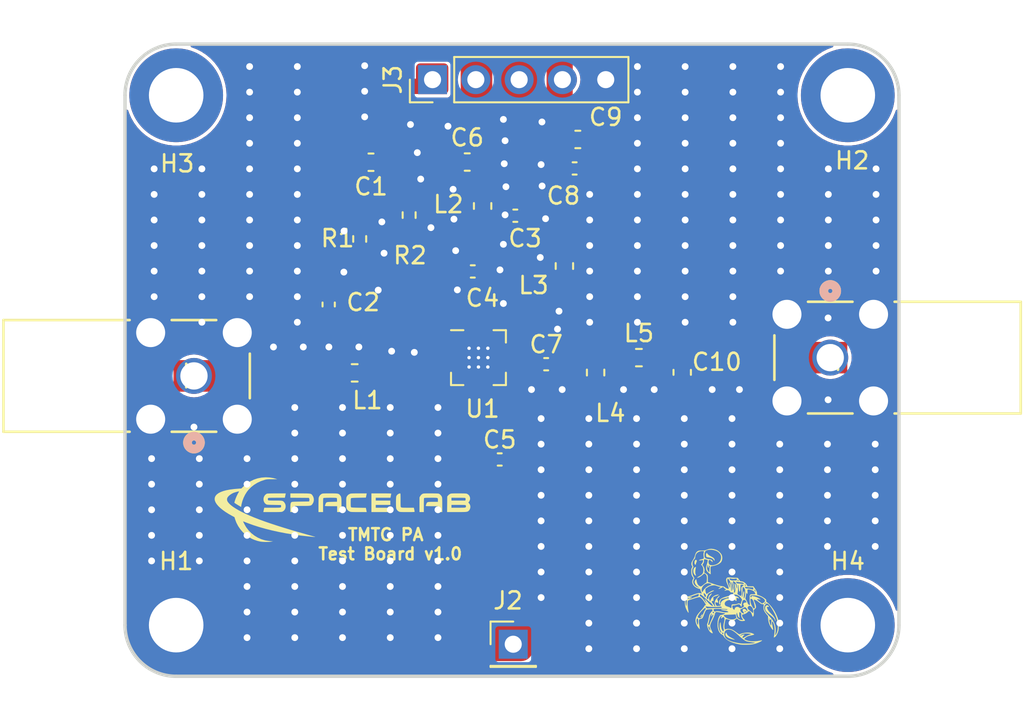
<source format=kicad_pcb>
(kicad_pcb (version 20240108) (generator "pcbnew") (generator_version "8.0")
  (layers (0 "F.Cu" signal) (31 "B.Cu" signal) (34 "B.Paste" user) (35 "F.Paste" user) (36 "B.SilkS" user "B.Silkscreen") (37 "F.SilkS" user "F.Silkscreen") (38 "B.Mask" user) (39 "F.Mask" user) (44 "Edge.Cuts" user))
  (net 0 "")
  (net 1 "Net-(C7-Pad2)")
  (net 2 "Net-(C7-Pad1)")
  (net 3 "/RF_OUT_PA")
  (net 4 "Net-(U1-VCC1)")
  (net 5 "/Vbias")
  (net 6 "/Vcc1")
  (net 7 "Net-(U1-RF_IN)")
  (net 8 "/Pdc")
  (net 9 "/Pdet")
  (net 10 "/Vcc2")
  (net 11 "/RF_IN_PA")
  (net 12 "Net-(U1-VBA1)")
  (net 13 "Net-(U1-VBA2)")
  (net 16 "GNDREF")
  (footprint "lib:spacelab-logo" (layer "F.Cu") (at 79.156078 67.315958)
    (property "Reference" "G***" (hide yes))
    (property "Value" "LOGO" (hide yes))
  )
  (footprint "Capacitor_SMD:C_0402_1005Metric_Pad0.74x0.62mm_HandSolder" (layer "F.Cu") (at 92.773078 47.292071)
    (property "Reference" "C8" (at -0.658227 1.603906 0) (layer "F.SilkS"))
    (property "Value" "1000 pF")
    (pad "1" smd roundrect (at -0.5675 0) (size 0.735 0.62) (layers "F.Cu" "F.Paste" "F.Mask") (net 10 "/Vcc2"))
    (pad "2" smd roundrect (at 0.5675 0) (size 0.735 0.62) (layers "F.Cu" "F.Paste" "F.Mask") (net 16 "GNDREF"))
  )
  (footprint "Capacitor_SMD:C_0402_1005Metric_Pad0.74x0.62mm_HandSolder" (layer "F.Cu") (at 91.103578 58.776958)
    (property "Reference" "C7" (at 0 -1.16 0) (layer "F.SilkS"))
    (property "Value" "220 pF")
    (pad "1" smd roundrect (at -0.5675 0) (size 0.735 0.62) (layers "F.Cu" "F.Paste" "F.Mask") (net 2 "Net-(C7-Pad1)"))
    (pad "2" smd roundrect (at 0.5675 0) (size 0.735 0.62) (layers "F.Cu" "F.Paste" "F.Mask") (net 1 "Net-(C7-Pad2)"))
  )
  (footprint "Inductor_SMD:L_0603_1608Metric_Pad1.05x0.95mm_HandSolder" (layer "F.Cu") (at 87.375236 49.494901 -90)
    (property "Reference" "L2" (at -0.098924 2.010385 180) (layer "F.SilkS"))
    (property "Value" "5.6 nH")
    (pad "1" smd roundrect (at -0.875 0 270) (size 1.05 0.95) (layers "F.Cu" "F.Paste" "F.Mask") (net 6 "/Vcc1"))
    (pad "2" smd roundrect (at 0.875 0 270) (size 1.05 0.95) (layers "F.Cu" "F.Paste" "F.Mask") (net 4 "Net-(U1-VCC1)"))
  )
  (footprint "Inductor_SMD:L_0603_1608Metric_Pad1.05x0.95mm_HandSolder" (layer "F.Cu") (at 94.003578 59.265958 -90)
    (property "Reference" "L4" (at 2.380019 -0.861273 180) (layer "F.SilkS"))
    (property "Value" "22 nH")
    (pad "1" smd roundrect (at -0.875 0 270) (size 1.05 0.95) (layers "F.Cu" "F.Paste" "F.Mask") (net 1 "Net-(C7-Pad2)"))
    (pad "2" smd roundrect (at 0.875 0 270) (size 1.05 0.95) (layers "F.Cu" "F.Paste" "F.Mask") (net 16 "GNDREF"))
  )
  (footprint "MountingHole:MountingHole_3.2mm_M3_ISO14580_Pad" (layer "F.Cu") (at 108.798 43)
    (property "Reference" "H2" (at 0.253994 3.830537 0) (layer "F.SilkS"))
    (property "Value" "MountingHole")
    (pad "1" thru_hole circle (at 0 0) (size 5.5 5.5) (drill 3.2) (layers "*.Cu" "*.Mask" "In1.Cu" "In2.Cu" "In3.Cu" "In4.Cu" "In5.Cu" "In6.Cu" "In7.Cu" "In8.Cu" "In9.Cu" "In10.Cu" "In11.Cu" "In12.Cu" "In13.Cu" "In14.Cu" "In15.Cu" "In16.Cu" "In17.Cu" "In18.Cu" "In19.Cu" "In20.Cu" "In21.Cu" "In22.Cu" "In23.Cu" "In24.Cu" "In25.Cu" "In26.Cu" "In27.Cu" "In28.Cu" "In29.Cu" "In30.Cu"))
  )
  (footprint "Capacitor_SMD:C_0402_1005Metric_Pad0.74x0.62mm_HandSolder" (layer "F.Cu") (at 78.344578 55.2735 -90)
    (property "Reference" "C2" (at -0.127523 -2.020273 180) (layer "F.SilkS"))
    (property "Value" "100 pF")
    (pad "1" smd roundrect (at -0.5675 0 270) (size 0.735 0.62) (layers "F.Cu" "F.Paste" "F.Mask") (net 5 "/Vbias"))
    (pad "2" smd roundrect (at 0.5675 0 270) (size 0.735 0.62) (layers "F.Cu" "F.Paste" "F.Mask") (net 16 "GNDREF"))
  )
  (footprint "MountingHole:MountingHole_3.2mm_M3_ISO14580_Pad" (layer "F.Cu") (at 69.398 74.084)
    (property "Reference" "H1" (at 0 -3.75 0) (layer "F.SilkS"))
    (property "Value" "MountingHole_Pad")
    (pad "1" thru_hole circle (at 0 0) (size 5.5 5.5) (drill 3.2) (layers "*.Cu" "*.Mask" "In1.Cu" "In2.Cu" "In3.Cu" "In4.Cu" "In5.Cu" "In6.Cu" "In7.Cu" "In8.Cu" "In9.Cu" "In10.Cu" "In11.Cu" "In12.Cu" "In13.Cu" "In14.Cu" "In15.Cu" "In16.Cu" "In17.Cu" "In18.Cu" "In19.Cu" "In20.Cu" "In21.Cu" "In22.Cu" "In23.Cu" "In24.Cu" "In25.Cu" "In26.Cu" "In27.Cu" "In28.Cu" "In29.Cu" "In30.Cu") (net 16 "GNDREF"))
  )
  (footprint "Connector_PinHeader_2.54mm:PinHeader_1x05_P2.54mm_Vertical" (layer "F.Cu") (at 84.438 42.084 90)
    (property "Reference" "J3" (at 0 -2.33 90) (layer "F.SilkS"))
    (property "Value" "Conn_01x05")
    (pad "1" thru_hole rect (at 0 0 90) (size 1.7 1.7) (drill 1) (layers "*.Cu" "*.Mask" "In1.Cu" "In2.Cu" "In3.Cu" "In4.Cu" "In5.Cu" "In6.Cu" "In7.Cu" "In8.Cu" "In9.Cu" "In10.Cu" "In11.Cu" "In12.Cu" "In13.Cu" "In14.Cu" "In15.Cu" "In16.Cu" "In17.Cu" "In18.Cu" "In19.Cu" "In20.Cu" "In21.Cu" "In22.Cu" "In23.Cu" "In24.Cu" "In25.Cu" "In26.Cu" "In27.Cu" "In28.Cu" "In29.Cu" "In30.Cu") (net 5 "/Vbias"))
    (pad "2" thru_hole oval (at 0 2.54 90) (size 1.7 1.7) (drill 1) (layers "*.Cu" "*.Mask" "In1.Cu" "In2.Cu" "In3.Cu" "In4.Cu" "In5.Cu" "In6.Cu" "In7.Cu" "In8.Cu" "In9.Cu" "In10.Cu" "In11.Cu" "In12.Cu" "In13.Cu" "In14.Cu" "In15.Cu" "In16.Cu" "In17.Cu" "In18.Cu" "In19.Cu" "In20.Cu" "In21.Cu" "In22.Cu" "In23.Cu" "In24.Cu" "In25.Cu" "In26.Cu" "In27.Cu" "In28.Cu" "In29.Cu" "In30.Cu") (net 6 "/Vcc1"))
    (pad "3" thru_hole oval (at 0 5.08 90) (size 1.7 1.7) (drill 1) (layers "*.Cu" "*.Mask" "In1.Cu" "In2.Cu" "In3.Cu" "In4.Cu" "In5.Cu" "In6.Cu" "In7.Cu" "In8.Cu" "In9.Cu" "In10.Cu" "In11.Cu" "In12.Cu" "In13.Cu" "In14.Cu" "In15.Cu" "In16.Cu" "In17.Cu" "In18.Cu" "In19.Cu" "In20.Cu" "In21.Cu" "In22.Cu" "In23.Cu" "In24.Cu" "In25.Cu" "In26.Cu" "In27.Cu" "In28.Cu" "In29.Cu" "In30.Cu") (net 8 "/Pdc"))
    (pad "4" thru_hole oval (at 0 7.62 90) (size 1.7 1.7) (drill 1) (layers "*.Cu" "*.Mask" "In1.Cu" "In2.Cu" "In3.Cu" "In4.Cu" "In5.Cu" "In6.Cu" "In7.Cu" "In8.Cu" "In9.Cu" "In10.Cu" "In11.Cu" "In12.Cu" "In13.Cu" "In14.Cu" "In15.Cu" "In16.Cu" "In17.Cu" "In18.Cu" "In19.Cu" "In20.Cu" "In21.Cu" "In22.Cu" "In23.Cu" "In24.Cu" "In25.Cu" "In26.Cu" "In27.Cu" "In28.Cu" "In29.Cu" "In30.Cu") (net 10 "/Vcc2"))
    (pad "5" thru_hole oval (at 0 10.16 90) (size 1.7 1.7) (drill 1) (layers "*.Cu" "*.Mask" "In1.Cu" "In2.Cu" "In3.Cu" "In4.Cu" "In5.Cu" "In6.Cu" "In7.Cu" "In8.Cu" "In9.Cu" "In10.Cu" "In11.Cu" "In12.Cu" "In13.Cu" "In14.Cu" "In15.Cu" "In16.Cu" "In17.Cu" "In18.Cu" "In19.Cu" "In20.Cu" "In21.Cu" "In22.Cu" "In23.Cu" "In24.Cu" "In25.Cu" "In26.Cu" "In27.Cu" "In28.Cu" "In29.Cu" "In30.Cu") (net 16 "GNDREF"))
  )
  (footprint "Capacitor_SMD:C_0402_1005Metric_Pad0.74x0.62mm_HandSolder" (layer "F.Cu") (at 88.378578 64.364958)
    (property "Reference" "C5" (at 0 -1.16 0) (layer "F.SilkS"))
    (property "Value" "100 pF")
    (pad "1" smd roundrect (at -0.5675 0) (size 0.735 0.62) (layers "F.Cu" "F.Paste" "F.Mask") (net 9 "/Pdet"))
    (pad "2" smd roundrect (at 0.5675 0) (size 0.735 0.62) (layers "F.Cu" "F.Paste" "F.Mask") (net 16 "GNDREF"))
  )
  (footprint "Capacitor_SMD:C_0603_1608Metric_Pad1.08x0.95mm_HandSolder" (layer "F.Cu") (at 99.083578 59.253458 -90)
    (property "Reference" "C10" (at -0.607481 -2.031273 180) (layer "F.SilkS"))
    (property "Value" "18 pF")
    (pad "1" smd roundrect (at -0.8625 0 270) (size 1.075 0.95) (layers "F.Cu" "F.Paste" "F.Mask") (net 3 "/RF_OUT_PA"))
    (pad "2" smd roundrect (at 0.8625 0 270) (size 1.075 0.95) (layers "F.Cu" "F.Paste" "F.Mask") (net 16 "GNDREF"))
  )
  (footprint "Capacitor_SMD:C_0603_1608Metric_Pad1.08x0.95mm_HandSolder" (layer "F.Cu") (at 92.960578 45.592071)
    (property "Reference" "C9" (at 1.637422 -1.308071 0) (layer "F.SilkS"))
    (property "Value" "4.7 uF")
    (pad "1" smd roundrect (at -0.8625 0) (size 1.075 0.95) (layers "F.Cu" "F.Paste" "F.Mask") (net 10 "/Vcc2"))
    (pad "2" smd roundrect (at 0.8625 0) (size 1.075 0.95) (layers "F.Cu" "F.Paste" "F.Mask") (net 16 "GNDREF"))
  )
  (footprint "Capacitor_SMD:C_0402_1005Metric_Pad0.74x0.62mm_HandSolder" (layer "F.Cu") (at 89.293578 50.065958 180)
    (property "Reference" "C3" (at -0.571273 -1.330019 0) (layer "F.SilkS"))
    (property "Value" "100 pF")
    (pad "1" smd roundrect (at -0.5675 0 180) (size 0.735 0.62) (layers "F.Cu" "F.Paste" "F.Mask") (net 8 "/Pdc"))
    (pad "2" smd roundrect (at 0.5675 0 180) (size 0.735 0.62) (layers "F.Cu" "F.Paste" "F.Mask") (net 16 "GNDREF"))
  )
  (footprint "Capacitor_SMD:C_0402_1005Metric_Pad0.74x0.62mm_HandSolder" (layer "F.Cu") (at 86.797879 53.334668)
    (property "Reference" "C4" (at 0.566972 1.561309 0) (layer "F.SilkS"))
    (property "Value" "2.4 pF")
    (pad "1" smd roundrect (at -0.5675 0) (size 0.735 0.62) (layers "F.Cu" "F.Paste" "F.Mask") (net 16 "GNDREF"))
    (pad "2" smd roundrect (at 0.5675 0) (size 0.735 0.62) (layers "F.Cu" "F.Paste" "F.Mask") (net 4 "Net-(U1-VCC1)"))
  )
  (footprint "MountingHole:MountingHole_3.2mm_M3_ISO14580_Pad" (layer "F.Cu") (at 108.798 74.084)
    (property "Reference" "H4" (at 0 -3.75 0) (layer "F.SilkS"))
    (property "Value" "MountingHole")
    (pad "1" thru_hole circle (at 0 0) (size 5.5 5.5) (drill 3.2) (layers "*.Cu" "*.Mask" "In1.Cu" "In2.Cu" "In3.Cu" "In4.Cu" "In5.Cu" "In6.Cu" "In7.Cu" "In8.Cu" "In9.Cu" "In10.Cu" "In11.Cu" "In12.Cu" "In13.Cu" "In14.Cu" "In15.Cu" "In16.Cu" "In17.Cu" "In18.Cu" "In19.Cu" "In20.Cu" "In21.Cu" "In22.Cu" "In23.Cu" "In24.Cu" "In25.Cu" "In26.Cu" "In27.Cu" "In28.Cu" "In29.Cu" "In30.Cu"))
  )
  (footprint "Inductor_SMD:L_0603_1608Metric_Pad1.05x0.95mm_HandSolder" (layer "F.Cu") (at 79.869078 59.284958)
    (property "Reference" "L1" (at 0.745773 1.611019 0) (layer "F.SilkS"))
    (property "Value" "3.9 nH")
    (pad "1" smd roundrect (at -0.875 0) (size 1.05 0.95) (layers "F.Cu" "F.Paste" "F.Mask") (net 11 "/RF_IN_PA"))
    (pad "2" smd roundrect (at 0.875 0) (size 1.05 0.95) (layers "F.Cu" "F.Paste" "F.Mask") (net 7 "Net-(U1-RF_IN)"))
  )
  (footprint "Capacitor_SMD:C_0603_1608Metric_Pad1.08x0.95mm_HandSolder" (layer "F.Cu") (at 80.827078 46.9285 180)
    (property "Reference" "C1" (at 0 -1.43 0) (layer "F.SilkS"))
    (property "Value" "1 uF")
    (pad "1" smd roundrect (at -0.8625 0 180) (size 1.075 0.95) (layers "F.Cu" "F.Paste" "F.Mask") (net 5 "/Vbias"))
    (pad "2" smd roundrect (at 0.8625 0 180) (size 1.075 0.95) (layers "F.Cu" "F.Paste" "F.Mask") (net 16 "GNDREF"))
  )
  (footprint "Resistor_SMD:R_0402_1005Metric_Pad0.72x0.64mm_HandSolder" (layer "F.Cu") (at 83.064578 50.0285 -90)
    (property "Reference" "R2" (at 2.367477 -0.050273 180) (layer "F.SilkS"))
    (property "Value" "2K 1/16 W")
    (pad "1" smd roundrect (at -0.5975 0 270) (size 0.715 0.64) (layers "F.Cu" "F.Paste" "F.Mask") (net 5 "/Vbias"))
    (pad "2" smd roundrect (at 0.5975 0 270) (size 0.715 0.64) (layers "F.Cu" "F.Paste" "F.Mask") (net 13 "Net-(U1-VBA2)"))
  )
  (footprint "Inductor_SMD:L_0603_1608Metric_Pad1.05x0.95mm_HandSolder" (layer "F.Cu") (at 92.173078 53.017071 90)
    (property "Reference" "L3" (at -1.128906 -1.808227 180) (layer "F.SilkS"))
    (property "Value" "12 nH")
    (pad "1" smd roundrect (at -0.875 0 90) (size 1.05 0.95) (layers "F.Cu" "F.Paste" "F.Mask") (net 2 "Net-(C7-Pad1)"))
    (pad "2" smd roundrect (at 0.875 0 90) (size 1.05 0.95) (layers "F.Cu" "F.Paste" "F.Mask") (net 10 "/Vcc2"))
  )
  (footprint "2016504-1:2016504-1" (layer "F.Cu") (at 107.768578 58.390958 90)
    (property "Reference" "J4" (at 0 0 90) (layer "F.SilkS"))
    (property "Value" "2484782-1 ")
    (pad "1" thru_hole circle (at 0 0 90) (size 2.1082 2.1082) (drill 1.6002) (layers "*.Cu" "*.Mask" "In1.Cu" "In2.Cu" "In3.Cu" "In4.Cu" "In5.Cu" "In6.Cu" "In7.Cu" "In8.Cu" "In9.Cu" "In10.Cu" "In11.Cu" "In12.Cu" "In13.Cu" "In14.Cu" "In15.Cu" "In16.Cu" "In17.Cu" "In18.Cu" "In19.Cu" "In20.Cu" "In21.Cu" "In22.Cu" "In23.Cu" "In24.Cu" "In25.Cu" "In26.Cu" "In27.Cu" "In28.Cu" "In29.Cu" "In30.Cu") (net 3 "/RF_OUT_PA"))
    (pad "2" thru_hole circle (at -2.54 -2.54 90) (size 2.2098 2.2098) (drill 1.7018) (layers "*.Cu" "*.Mask" "In1.Cu" "In2.Cu" "In3.Cu" "In4.Cu" "In5.Cu" "In6.Cu" "In7.Cu" "In8.Cu" "In9.Cu" "In10.Cu" "In11.Cu" "In12.Cu" "In13.Cu" "In14.Cu" "In15.Cu" "In16.Cu" "In17.Cu" "In18.Cu" "In19.Cu" "In20.Cu" "In21.Cu" "In22.Cu" "In23.Cu" "In24.Cu" "In25.Cu" "In26.Cu" "In27.Cu" "In28.Cu" "In29.Cu" "In30.Cu") (net 16 "GNDREF"))
    (pad "3" thru_hole circle (at 2.54 -2.54 90) (size 2.2098 2.2098) (drill 1.7018) (layers "*.Cu" "*.Mask" "In1.Cu" "In2.Cu" "In3.Cu" "In4.Cu" "In5.Cu" "In6.Cu" "In7.Cu" "In8.Cu" "In9.Cu" "In10.Cu" "In11.Cu" "In12.Cu" "In13.Cu" "In14.Cu" "In15.Cu" "In16.Cu" "In17.Cu" "In18.Cu" "In19.Cu" "In20.Cu" "In21.Cu" "In22.Cu" "In23.Cu" "In24.Cu" "In25.Cu" "In26.Cu" "In27.Cu" "In28.Cu" "In29.Cu" "In30.Cu") (net 16 "GNDREF"))
    (pad "4" thru_hole circle (at -2.54 2.54 90) (size 2.2098 2.2098) (drill 1.7018) (layers "*.Cu" "*.Mask" "In1.Cu" "In2.Cu" "In3.Cu" "In4.Cu" "In5.Cu" "In6.Cu" "In7.Cu" "In8.Cu" "In9.Cu" "In10.Cu" "In11.Cu" "In12.Cu" "In13.Cu" "In14.Cu" "In15.Cu" "In16.Cu" "In17.Cu" "In18.Cu" "In19.Cu" "In20.Cu" "In21.Cu" "In22.Cu" "In23.Cu" "In24.Cu" "In25.Cu" "In26.Cu" "In27.Cu" "In28.Cu" "In29.Cu" "In30.Cu") (net 16 "GNDREF"))
    (pad "5" thru_hole circle (at 2.54 2.54 90) (size 2.2098 2.2098) (drill 1.7018) (layers "*.Cu" "*.Mask" "In1.Cu" "In2.Cu" "In3.Cu" "In4.Cu" "In5.Cu" "In6.Cu" "In7.Cu" "In8.Cu" "In9.Cu" "In10.Cu" "In11.Cu" "In12.Cu" "In13.Cu" "In14.Cu" "In15.Cu" "In16.Cu" "In17.Cu" "In18.Cu" "In19.Cu" "In20.Cu" "In21.Cu" "In22.Cu" "In23.Cu" "In24.Cu" "In25.Cu" "In26.Cu" "In27.Cu" "In28.Cu" "In29.Cu" "In30.Cu") (net 16 "GNDREF"))
  )
  (footprint "MountingHole:MountingHole_3.2mm_M3_ISO14580_Pad" (layer "F.Cu") (at 69.398 43)
    (property "Reference" "H3" (at 0.058154 4.008646 0) (layer "F.SilkS"))
    (property "Value" "MountingHole")
    (pad "1" thru_hole circle (at 0 0) (size 5.5 5.5) (drill 3.2) (layers "*.Cu" "*.Mask" "In1.Cu" "In2.Cu" "In3.Cu" "In4.Cu" "In5.Cu" "In6.Cu" "In7.Cu" "In8.Cu" "In9.Cu" "In10.Cu" "In11.Cu" "In12.Cu" "In13.Cu" "In14.Cu" "In15.Cu" "In16.Cu" "In17.Cu" "In18.Cu" "In19.Cu" "In20.Cu" "In21.Cu" "In22.Cu" "In23.Cu" "In24.Cu" "In25.Cu" "In26.Cu" "In27.Cu" "In28.Cu" "In29.Cu" "In30.Cu"))
  )
  (footprint "Connector_PinHeader_2.54mm:PinHeader_1x01_P2.54mm_Vertical" (layer "F.Cu") (at 89.171078 75.204225)
    (property "Reference" "J2" (at -0.306227 -2.558248 0) (layer "F.SilkS"))
    (property "Value" "Conn_01x01_Female")
    (pad "1" thru_hole rect (at 0 0) (size 1.7 1.7) (drill 1) (layers "*.Cu" "*.Mask" "In1.Cu" "In2.Cu" "In3.Cu" "In4.Cu" "In5.Cu" "In6.Cu" "In7.Cu" "In8.Cu" "In9.Cu" "In10.Cu" "In11.Cu" "In12.Cu" "In13.Cu" "In14.Cu" "In15.Cu" "In16.Cu" "In17.Cu" "In18.Cu" "In19.Cu" "In20.Cu" "In21.Cu" "In22.Cu" "In23.Cu" "In24.Cu" "In25.Cu" "In26.Cu" "In27.Cu" "In28.Cu" "In29.Cu" "In30.Cu") (net 9 "/Pdet"))
  )
  (footprint "Resistor_SMD:R_0402_1005Metric_Pad0.72x0.64mm_HandSolder" (layer "F.Cu") (at 80.164578 51.4285 -90)
    (property "Reference" "R1" (at -0.032523 1.299727 180) (layer "F.SilkS"))
    (property "Value" "1.8K 1/16 W")
    (pad "1" smd roundrect (at -0.5975 0 270) (size 0.715 0.64) (layers "F.Cu" "F.Paste" "F.Mask") (net 5 "/Vbias"))
    (pad "2" smd roundrect (at 0.5975 0 270) (size 0.715 0.64) (layers "F.Cu" "F.Paste" "F.Mask") (net 12 "Net-(U1-VBA1)"))
  )
  (footprint "Capacitor_SMD:C_0603_1608Metric_Pad1.08x0.95mm_HandSolder" (layer "F.Cu") (at 86.473078 46.917071)
    (property "Reference" "C6" (at 0 -1.43 0) (layer "F.SilkS"))
    (property "Value" "1 uF")
    (pad "1" smd roundrect (at -0.8625 0) (size 1.075 0.95) (layers "F.Cu" "F.Paste" "F.Mask") (net 16 "GNDREF"))
    (pad "2" smd roundrect (at 0.8625 0) (size 1.075 0.95) (layers "F.Cu" "F.Paste" "F.Mask") (net 6 "/Vcc1"))
  )
  (footprint "Inductor_SMD:L_0603_1608Metric_Pad1.05x0.95mm_HandSolder" (layer "F.Cu") (at 96.543578 58.390958)
    (property "Reference" "L5" (at 0 -1.43 0) (layer "F.SilkS"))
    (property "Value" "5.6 nH")
    (pad "1" smd roundrect (at -0.875 0) (size 1.05 0.95) (layers "F.Cu" "F.Paste" "F.Mask") (net 1 "Net-(C7-Pad2)"))
    (pad "2" smd roundrect (at 0.875 0) (size 1.05 0.95) (layers "F.Cu" "F.Paste" "F.Mask") (net 3 "/RF_OUT_PA"))
  )
  (footprint "2016504-1:2016504-1" (layer "F.Cu") (at 70.442066 59.463829 -90)
    (property "Reference" "J1" (at 0 0 -90) (layer "F.SilkS"))
    (property "Value" "2484782-1 ")
    (pad "1" thru_hole circle (at 0 0 270) (size 2.1082 2.1082) (drill 1.6002) (layers "*.Cu" "*.Mask" "In1.Cu" "In2.Cu" "In3.Cu" "In4.Cu" "In5.Cu" "In6.Cu" "In7.Cu" "In8.Cu" "In9.Cu" "In10.Cu" "In11.Cu" "In12.Cu" "In13.Cu" "In14.Cu" "In15.Cu" "In16.Cu" "In17.Cu" "In18.Cu" "In19.Cu" "In20.Cu" "In21.Cu" "In22.Cu" "In23.Cu" "In24.Cu" "In25.Cu" "In26.Cu" "In27.Cu" "In28.Cu" "In29.Cu" "In30.Cu") (net 11 "/RF_IN_PA"))
    (pad "2" thru_hole circle (at -2.54 -2.54 270) (size 2.2098 2.2098) (drill 1.7018) (layers "*.Cu" "*.Mask" "In1.Cu" "In2.Cu" "In3.Cu" "In4.Cu" "In5.Cu" "In6.Cu" "In7.Cu" "In8.Cu" "In9.Cu" "In10.Cu" "In11.Cu" "In12.Cu" "In13.Cu" "In14.Cu" "In15.Cu" "In16.Cu" "In17.Cu" "In18.Cu" "In19.Cu" "In20.Cu" "In21.Cu" "In22.Cu" "In23.Cu" "In24.Cu" "In25.Cu" "In26.Cu" "In27.Cu" "In28.Cu" "In29.Cu" "In30.Cu") (net 16 "GNDREF"))
    (pad "3" thru_hole circle (at 2.54 -2.54 270) (size 2.2098 2.2098) (drill 1.7018) (layers "*.Cu" "*.Mask" "In1.Cu" "In2.Cu" "In3.Cu" "In4.Cu" "In5.Cu" "In6.Cu" "In7.Cu" "In8.Cu" "In9.Cu" "In10.Cu" "In11.Cu" "In12.Cu" "In13.Cu" "In14.Cu" "In15.Cu" "In16.Cu" "In17.Cu" "In18.Cu" "In19.Cu" "In20.Cu" "In21.Cu" "In22.Cu" "In23.Cu" "In24.Cu" "In25.Cu" "In26.Cu" "In27.Cu" "In28.Cu" "In29.Cu" "In30.Cu") (net 16 "GNDREF"))
    (pad "4" thru_hole circle (at -2.54 2.54 270) (size 2.2098 2.2098) (drill 1.7018) (layers "*.Cu" "*.Mask" "In1.Cu" "In2.Cu" "In3.Cu" "In4.Cu" "In5.Cu" "In6.Cu" "In7.Cu" "In8.Cu" "In9.Cu" "In10.Cu" "In11.Cu" "In12.Cu" "In13.Cu" "In14.Cu" "In15.Cu" "In16.Cu" "In17.Cu" "In18.Cu" "In19.Cu" "In20.Cu" "In21.Cu" "In22.Cu" "In23.Cu" "In24.Cu" "In25.Cu" "In26.Cu" "In27.Cu" "In28.Cu" "In29.Cu" "In30.Cu") (net 16 "GNDREF"))
    (pad "5" thru_hole circle (at 2.54 2.54 270) (size 2.2098 2.2098) (drill 1.7018) (layers "*.Cu" "*.Mask" "In1.Cu" "In2.Cu" "In3.Cu" "In4.Cu" "In5.Cu" "In6.Cu" "In7.Cu" "In8.Cu" "In9.Cu" "In10.Cu" "In11.Cu" "In12.Cu" "In13.Cu" "In14.Cu" "In15.Cu" "In16.Cu" "In17.Cu" "In18.Cu" "In19.Cu" "In20.Cu" "In21.Cu" "In22.Cu" "In23.Cu" "In24.Cu" "In25.Cu" "In26.Cu" "In27.Cu" "In28.Cu" "In29.Cu" "In30.Cu") (net 16 "GNDREF"))
  )
  (footprint "lib:scorp" (layer "F.Cu") (at 102.006078 72.465958)
    (property "Reference" "G***" (hide yes))
    (property "Value" "LOGO" (hide yes))
  )
  (footprint "Package_DFN_QFN:QFN-12-1EP_3x3mm_P0.5mm_EP1.6x1.6mm_ThermalVias" (layer "F.Cu") (at 87.131078 58.390958)
    (property "Reference" "U1" (at 0.233773 3.005019 0) (layer "F.SilkS"))
    (property "Value" "MMZ09332BT1")
    (pad "1" smd roundrect (at -1.4375 -0.5) (size 0.825 0.25) (layers "F.Cu" "F.Paste" "F.Mask") (net 12 "Net-(U1-VBA1)"))
    (pad "2" smd roundrect (at -1.4375 0) (size 0.825 0.25) (layers "F.Cu" "F.Paste" "F.Mask") (net 5 "/Vbias"))
    (pad "3" smd roundrect (at -1.4375 0.5) (size 0.825 0.25) (layers "F.Cu" "F.Paste" "F.Mask") (net 7 "Net-(U1-RF_IN)"))
    (pad "4" smd roundrect (at -0.5 1.4375) (size 0.25 0.825) (layers "F.Cu" "F.Paste" "F.Mask"))
    (pad "5" smd roundrect (at 0 1.4375) (size 0.25 0.825) (layers "F.Cu" "F.Paste" "F.Mask"))
    (pad "6" smd roundrect (at 0.5 1.4375) (size 0.25 0.825) (layers "F.Cu" "F.Paste" "F.Mask") (net 9 "/Pdet"))
    (pad "7" smd roundrect (at 1.4375 0.5) (size 0.825 0.25) (layers "F.Cu" "F.Paste" "F.Mask") (net 2 "Net-(C7-Pad1)"))
    (pad "8" smd roundrect (at 1.4375 0) (size 0.825 0.25) (layers "F.Cu" "F.Paste" "F.Mask") (net 2 "Net-(C7-Pad1)"))
    (pad "9" smd roundrect (at 1.4375 -0.5) (size 0.825 0.25) (layers "F.Cu" "F.Paste" "F.Mask") (net 2 "Net-(C7-Pad1)"))
    (pad "10" smd roundrect (at 0.5 -1.4375) (size 0.25 0.825) (layers "F.Cu" "F.Paste" "F.Mask") (net 8 "/Pdc"))
    (pad "11" smd roundrect (at 0 -1.4375) (size 0.25 0.825) (layers "F.Cu" "F.Paste" "F.Mask") (net 4 "Net-(U1-VCC1)"))
    (pad "12" smd roundrect (at -0.5 -1.4375) (size 0.25 0.825) (layers "F.Cu" "F.Paste" "F.Mask") (net 13 "Net-(U1-VBA2)"))
    (pad "13" thru_hole circle (at -0.55 -0.55) (size 0.5 0.5) (drill 0.2) (layers "*.Cu" "In1.Cu" "In2.Cu" "In3.Cu" "In4.Cu" "In5.Cu" "In6.Cu" "In7.Cu" "In8.Cu" "In9.Cu" "In10.Cu" "In11.Cu" "In12.Cu" "In13.Cu" "In14.Cu" "In15.Cu" "In16.Cu" "In17.Cu" "In18.Cu" "In19.Cu" "In20.Cu" "In21.Cu" "In22.Cu" "In23.Cu" "In24.Cu" "In25.Cu" "In26.Cu" "In27.Cu" "In28.Cu" "In29.Cu" "In30.Cu") (net 16 "GNDREF"))
    (pad "13" thru_hole circle (at -0.55 0) (size 0.5 0.5) (drill 0.2) (layers "*.Cu" "In1.Cu" "In2.Cu" "In3.Cu" "In4.Cu" "In5.Cu" "In6.Cu" "In7.Cu" "In8.Cu" "In9.Cu" "In10.Cu" "In11.Cu" "In12.Cu" "In13.Cu" "In14.Cu" "In15.Cu" "In16.Cu" "In17.Cu" "In18.Cu" "In19.Cu" "In20.Cu" "In21.Cu" "In22.Cu" "In23.Cu" "In24.Cu" "In25.Cu" "In26.Cu" "In27.Cu" "In28.Cu" "In29.Cu" "In30.Cu") (net 16 "GNDREF"))
    (pad "13" thru_hole circle (at -0.55 0.55) (size 0.5 0.5) (drill 0.2) (layers "*.Cu" "In1.Cu" "In2.Cu" "In3.Cu" "In4.Cu" "In5.Cu" "In6.Cu" "In7.Cu" "In8.Cu" "In9.Cu" "In10.Cu" "In11.Cu" "In12.Cu" "In13.Cu" "In14.Cu" "In15.Cu" "In16.Cu" "In17.Cu" "In18.Cu" "In19.Cu" "In20.Cu" "In21.Cu" "In22.Cu" "In23.Cu" "In24.Cu" "In25.Cu" "In26.Cu" "In27.Cu" "In28.Cu" "In29.Cu" "In30.Cu") (net 16 "GNDREF"))
    (pad "13" thru_hole circle (at 0 -0.55) (size 0.5 0.5) (drill 0.2) (layers "*.Cu" "In1.Cu" "In2.Cu" "In3.Cu" "In4.Cu" "In5.Cu" "In6.Cu" "In7.Cu" "In8.Cu" "In9.Cu" "In10.Cu" "In11.Cu" "In12.Cu" "In13.Cu" "In14.Cu" "In15.Cu" "In16.Cu" "In17.Cu" "In18.Cu" "In19.Cu" "In20.Cu" "In21.Cu" "In22.Cu" "In23.Cu" "In24.Cu" "In25.Cu" "In26.Cu" "In27.Cu" "In28.Cu" "In29.Cu" "In30.Cu") (net 16 "GNDREF"))
    (pad "13" thru_hole circle (at 0 0) (size 0.5 0.5) (drill 0.2) (layers "*.Cu" "In1.Cu" "In2.Cu" "In3.Cu" "In4.Cu" "In5.Cu" "In6.Cu" "In7.Cu" "In8.Cu" "In9.Cu" "In10.Cu" "In11.Cu" "In12.Cu" "In13.Cu" "In14.Cu" "In15.Cu" "In16.Cu" "In17.Cu" "In18.Cu" "In19.Cu" "In20.Cu" "In21.Cu" "In22.Cu" "In23.Cu" "In24.Cu" "In25.Cu" "In26.Cu" "In27.Cu" "In28.Cu" "In29.Cu" "In30.Cu") (net 16 "GNDREF"))
    (pad "13" smd rect (at 0 0) (size 1.6 1.6) (layers "F.Cu" "F.Mask") (net 16 "GNDREF"))
    (pad "13" smd rect (at 0 0) (size 1.6 1.6) (layers "B.Cu") (net 16 "GNDREF"))
    (pad "13" thru_hole circle (at 0 0.55) (size 0.5 0.5) (drill 0.2) (layers "*.Cu" "In1.Cu" "In2.Cu" "In3.Cu" "In4.Cu" "In5.Cu" "In6.Cu" "In7.Cu" "In8.Cu" "In9.Cu" "In10.Cu" "In11.Cu" "In12.Cu" "In13.Cu" "In14.Cu" "In15.Cu" "In16.Cu" "In17.Cu" "In18.Cu" "In19.Cu" "In20.Cu" "In21.Cu" "In22.Cu" "In23.Cu" "In24.Cu" "In25.Cu" "In26.Cu" "In27.Cu" "In28.Cu" "In29.Cu" "In30.Cu") (net 16 "GNDREF"))
    (pad "13" thru_hole circle (at 0.55 -0.55) (size 0.5 0.5) (drill 0.2) (layers "*.Cu" "In1.Cu" "In2.Cu" "In3.Cu" "In4.Cu" "In5.Cu" "In6.Cu" "In7.Cu" "In8.Cu" "In9.Cu" "In10.Cu" "In11.Cu" "In12.Cu" "In13.Cu" "In14.Cu" "In15.Cu" "In16.Cu" "In17.Cu" "In18.Cu" "In19.Cu" "In20.Cu" "In21.Cu" "In22.Cu" "In23.Cu" "In24.Cu" "In25.Cu" "In26.Cu" "In27.Cu" "In28.Cu" "In29.Cu" "In30.Cu") (net 16 "GNDREF"))
    (pad "13" thru_hole circle (at 0.55 0) (size 0.5 0.5) (drill 0.2) (layers "*.Cu" "In1.Cu" "In2.Cu" "In3.Cu" "In4.Cu" "In5.Cu" "In6.Cu" "In7.Cu" "In8.Cu" "In9.Cu" "In10.Cu" "In11.Cu" "In12.Cu" "In13.Cu" "In14.Cu" "In15.Cu" "In16.Cu" "In17.Cu" "In18.Cu" "In19.Cu" "In20.Cu" "In21.Cu" "In22.Cu" "In23.Cu" "In24.Cu" "In25.Cu" "In26.Cu" "In27.Cu" "In28.Cu" "In29.Cu" "In30.Cu") (net 16 "GNDREF"))
    (pad "13" thru_hole circle (at 0.55 0.55) (size 0.5 0.5) (drill 0.2) (layers "*.Cu" "In1.Cu" "In2.Cu" "In3.Cu" "In4.Cu" "In5.Cu" "In6.Cu" "In7.Cu" "In8.Cu" "In9.Cu" "In10.Cu" "In11.Cu" "In12.Cu" "In13.Cu" "In14.Cu" "In15.Cu" "In16.Cu" "In17.Cu" "In18.Cu" "In19.Cu" "In20.Cu" "In21.Cu" "In22.Cu" "In23.Cu" "In24.Cu" "In25.Cu" "In26.Cu" "In27.Cu" "In28.Cu" "In29.Cu" "In30.Cu") (net 16 "GNDREF"))
  )
  (gr_line (start 108.798 77.084) (end 69.398 77.084) (stroke (width 0.2)) (layer "Edge.Cuts"))
  (gr_arc (start 111.798 74.084) (mid 110.91932 76.20532) (end 108.798 77.084) (stroke (width 0.2)) (layer "Edge.Cuts"))
  (gr_arc (start 69.398 77.084) (mid 67.27668 76.20532) (end 66.398 74.084) (stroke (width 0.2)) (layer "Edge.Cuts"))
  (gr_line (start 66.398 74.084) (end 66.398 43) (stroke (width 0.2)) (layer "Edge.Cuts"))
  (gr_arc (start 108.798 40) (mid 110.91932 40.87868) (end 111.798 43) (stroke (width 0.2)) (layer "Edge.Cuts"))
  (gr_line (start 108.798 40) (end 69.398 40) (stroke (width 0.2)) (layer "Edge.Cuts"))
  (gr_line (start 111.798 74.084) (end 111.798 43) (stroke (width 0.2)) (layer "Edge.Cuts"))
  (gr_arc (start 66.398 43) (mid 67.27668 40.87868) (end 69.398 40) (stroke (width 0.2)) (layer "Edge.Cuts"))
  (gr_text "TMTC PA \nTest Board v1.0" (at 81.956078 70.315958 0) (layer "F.SilkS") (effects (font (size 0.7 0.7)) (justify bottom)))
  (via (at 99.256078 53.315958) (size 0.8) (drill 0.4) (layers "F.Cu" "B.Cu") (net 16))
  (via (at 90.806078 70.965958) (size 0.8) (drill 0.4) (layers "F.Cu" "B.Cu") (net 16))
  (via (at 88.693578 50.015958) (size 0.8) (drill 0.4) (layers "F.Cu" "B.Cu") (net 16))
  (via (at 93.656078 51.815958) (size 0.8) (drill 0.4) (layers "F.Cu" "B.Cu") (net 16))
  (via (at 90.806078 67.965958) (size 0.8) (drill 0.4) (layers "F.Cu" "B.Cu") (net 16))
  (via (at 79.156078 64.315958) (size 0.8) (drill 0.4) (layers "F.Cu" "B.Cu") (net 16))
  (via (at 102.006078 63.465958) (size 0.8) (drill 0.4) (layers "F.Cu" "B.Cu") (net 16))
  (via (at 90.756078 52.515958) (size 0.8) (drill 0.4) (layers "F.Cu" "B.Cu") (net 16))
  (via (at 70.756078 65.815958) (size 0.8) (drill 0.4) (layers "F.Cu" "B.Cu") (net 16))
  (via (at 97.442066 60.263829) (size 0.8) (drill 0.4) (layers "F.Cu" "B.Cu") (net 16))
  (via (at 99.256078 45.815958) (size 0.8) (drill 0.4) (layers "F.Cu" "B.Cu") (net 16))
  (via (at 79.156078 71.815958) (size 0.8) (drill 0.4) (layers "F.Cu" "B.Cu") (net 16))
  (via (at 96.456078 53.315958) (size 0.8) (drill 0.4) (layers "F.Cu" "B.Cu") (net 16))
  (via (at 88.593578 51.742958) (size 0.8) (drill 0.4) (layers "F.Cu" "B.Cu") (net 16))
  (via (at 96.456078 51.815958) (size 0.8) (drill 0.4) (layers "F.Cu" "B.Cu") (net 16))
  (via (at 110.456078 48.815958) (size 0.8) (drill 0.4) (layers "F.Cu" "B.Cu") (net 16))
  (via (at 96.456078 48.815958) (size 0.8) (drill 0.4) (layers "F.Cu" "B.Cu") (net 16))
  (via (at 82.038209 58.013401) (size 0.8) (drill 0.4) (layers "F.Cu" "B.Cu") (net 16))
  (via (at 83.143578 44.715958) (size 0.8) (drill 0.4) (layers "F.Cu" "B.Cu") (net 16))
  (via (at 96.456078 42.815958) (size 0.8) (drill 0.4) (layers "F.Cu" "B.Cu") (net 16))
  (via (at 93.656078 56.315958) (size 0.8) (drill 0.4) (layers "F.Cu" "B.Cu") (net 16))
  (via (at 93.606078 61.965958) (size 0.8) (drill 0.4) (layers "F.Cu" "B.Cu") (net 16))
  (via (at 73.706078 42.815958) (size 0.8) (drill 0.4) (layers "F.Cu" "B.Cu") (net 16))
  (via (at 88.393578 53.242958) (size 0.8) (drill 0.4) (layers "F.Cu" "B.Cu") (net 16))
  (via (at 107.656078 48.815958) (size 0.8) (drill 0.4) (layers "F.Cu" "B.Cu") (net 16))
  (via (at 99.256078 56.315958) (size 0.8) (drill 0.4) (layers "F.Cu" "B.Cu") (net 16))
  (via (at 70.906078 56.315958) (size 0.8) (drill 0.4) (layers "F.Cu" "B.Cu") (net 16))
  (via (at 68.106078 48.815958) (size 0.8) (drill 0.4) (layers "F.Cu" "B.Cu") (net 16))
  (via (at 102.006078 66.465958) (size 0.8) (drill 0.4) (layers "F.Cu" "B.Cu") (net 16))
  (via (at 102.006078 70.965958) (size 0.8) (drill 0.4) (layers "F.Cu" "B.Cu") (net 16))
  (via (at 104.806078 63.465958) (size 0.8) (drill 0.4) (layers "F.Cu" "B.Cu") (net 16))
  (via (at 67.956078 68.815958) (size 0.8) (drill 0.4) (layers "F.Cu" "B.Cu") (net 16))
  (via (at 93.606078 72.465958) (size 0.8) (drill 0.4) (layers "F.Cu" "B.Cu") (net 16))
  (via (at 84.756078 73.315958) (size 0.8) (drill 0.4) (layers "F.Cu" "B.Cu") (net 16))
  (via (at 107.606078 64.965958) (size 0.8) (drill 0.4) (layers "F.Cu" "B.Cu") (net 16))
  (via (at 107.606078 63.465958) (size 0.8) (drill 0.4) (layers "F.Cu" "B.Cu") (net 16))
  (via (at 107.606078 69.465958) (size 0.8) (drill 0.4) (layers "F.Cu" "B.Cu") (net 16))
  (via (at 85.643578 48.515958) (size 0.8) (drill 0.4) (layers "F.Cu" "B.Cu") (net 16))
  (via (at 83.543578 46.365958) (size 0.8) (drill 0.4) (layers "F.Cu" "B.Cu") (net 16))
  (via (at 99.206078 61.965958) (size 0.8) (drill 0.4) (layers "F.Cu" "B.Cu") (net 16))
  (via (at 93.606078 63.465958) (size 0.8) (drill 0.4) (layers "F.Cu" "B.Cu") (net 16))
  (via (at 90.806078 47.065958) (size 0.8) (drill 0.4) (layers "F.Cu" "B.Cu") (net 16))
  (via (at 73.556078 64.315958) (size 0.8) (drill 0.4) (layers "F.Cu" "B.Cu") (net 16))
  (via (at 99.256078 47.315958) (size 0.8) (drill 0.4) (layers "F.Cu" "B.Cu") (net 16))
  (via (at 73.556078 67.315958) (size 0.8) (drill 0.4) (layers "F.Cu" "B.Cu") (net 16))
  (via (at 79.156078 70.315958) (size 0.8) (drill 0.4) (layers "F.Cu" "B.Cu") (net 16))
  (via (at 73.706078 53.315958) (size 0.8) (drill 0.4) (layers "F.Cu" "B.Cu") (net 16))
  (via (at 107.606078 66.465958) (size 0.8) (drill 0.4) (layers "F.Cu" "B.Cu") (net 16))
  (via (at 84.756078 68.815958) (size 0.8) (drill 0.4) (layers "F.Cu" "B.Cu") (net 16))
  (via (at 100.842066 60.263829) (size 0.8) (drill 0.4) (layers "F.Cu" "B.Cu") (net 16))
  (via (at 99.256078 42.815958) (size 0.8) (drill 0.4) (layers "F.Cu" "B.Cu") (net 16))
  (via (at 96.456078 50.315958) (size 0.8) (drill 0.4) (layers "F.Cu" "B.Cu") (net 16))
  (via (at 81.956078 73.315958) (size 0.8) (drill 0.4) (layers "F.Cu" "B.Cu") (net 16))
  (via (at 93.656078 50.315958) (size 0.8) (drill 0.4) (layers "F.Cu" "B.Cu") (net 16))
  (via (at 104.856078 48.815958) (size 0.8) (drill 0.4) (layers "F.Cu" "B.Cu") (net 16))
  (via (at 81.956078 65.815958) (size 0.8) (drill 0.4) (layers "F.Cu" "B.Cu") (net 16))
  (via (at 104.856078 44.315958) (size 0.8) (drill 0.4) (layers "F.Cu" "B.Cu") (net 16))
  (via (at 93.606078 75.465958) (size 0.8) (drill 0.4) (layers "F.Cu" "B.Cu") (net 16))
  (via (at 96.406078 63.465958) (size 0.8) (drill 0.4) (layers "F.Cu" "B.Cu") (net 16))
  (via (at 81.464578 50.4285) (size 0.8) (drill 0.4) (layers "F.Cu" "B.Cu") (net 16))
  (via (at 102.056078 48.815958) (size 0.8) (drill 0.4) (layers "F.Cu" "B.Cu") (net 16))
  (via (at 102.056078 51.815958) (size 0.8) (drill 0.4) (layers "F.Cu" "B.Cu") (net 16))
  (via (at 73.706078 51.815958) (size 0.8) (drill 0.4) (layers "F.Cu" "B.Cu") (net 16))
  (via (at 85.343578 44.815958) (size 0.8) (drill 0.4) (layers "F.Cu" "B.Cu") (net 16))
  (via (at 81.956078 68.815958) (size 0.8) (drill 0.4) (layers "F.Cu" "B.Cu") (net 16))
  (via (at 73.556078 73.315958) (size 0.8) (drill 0.4) (layers "F.Cu" "B.Cu") (net 16))
  (via (at 70.756078 70.315958) (size 0.8) (drill 0.4) (layers "F.Cu" "B.Cu") (net 16))
  (via (at 99.206078 63.465958) (size 0.8) (drill 0.4) (layers "F.Cu" "B.Cu") (net 16))
  (via (at 76.356078 64.315958) (size 0.8) (drill 0.4) (layers "F.Cu" "B.Cu") (net 16))
  (via (at 76.506078 44.315958) (size 0.8) (drill 0.4) (layers "F.Cu" "B.Cu") (net 16))
  (via (at 102.006078 69.465958) (size 0.8) (drill 0.4) (layers "F.Cu" "B.Cu") (net 16))
  (via (at 102.006078 75.465958) (size 0.8) (drill 0.4) (layers "F.Cu" "B.Cu") (net 16))
  (via (at 78.356078 57.765958) (size 0.8) (drill 0.4) (layers "F.Cu" "B.Cu") (net 16))
  (via (at 99.256078 51.815958) (size 0.8) (drill 0.4) (layers "F.Cu" "B.Cu") (net 16))
  (via (at 90.806078 66.465958) (size 0.8) (drill 0.4) (layers "F.Cu" "B.Cu") (net 16))
  (via (at 104.856078 41.315958) (size 0.8) (drill 0.4) (layers "F.Cu" "B.Cu") (net 16))
  (via (at 88.593578 55.215958) (size 0.8) (drill 0.4) (layers "F.Cu" "B.Cu") (net 16))
  (via (at 93.606078 73.965958) (size 0.8) (drill 0.4) (layers "F.Cu" "B.Cu") (net 16))
  (via (at 96.406078 70.965958) (size 0.8) (drill 0.4) (layers "F.Cu" "B.Cu") (net 16))
  (via (at 79.156078 68.815958) (size 0.8) (drill 0.4) (layers "F.Cu" "B.Cu") (net 16))
  (via (at 76.506078 50.315958) (size 0.8) (drill 0.4) (layers "F.Cu" "B.Cu") (net 16))
  (via (at 96.456078 41.315958) (size 0.8) (drill 0.4) (layers "F.Cu" "B.Cu") (net 16))
  (via (at 102.056078 54.815958) (size 0.8) (drill 0.4) (layers "F.Cu" "B.Cu") (net 16))
  (via (at 84.756078 70.315958) (size 0.8) (drill 0.4) (layers "F.Cu" "B.Cu") (net 16))
  (via (at 104.806078 75.465958) (size 0.8) (drill 0.4) (layers "F.Cu" "B.Cu") (net 16))
  (via (at 107.656078 50.315958) (size 0.8) (drill 0.4) (layers "F.Cu" "B.Cu") (net 16))
  (via (at 76.356078 68.815958) (size 0.8) (drill 0.4) (layers "F.Cu" "B.Cu") (net 16))
  (via (at 104.806078 69.465958) (size 0.8) (drill 0.4) (layers "F.Cu" "B.Cu") (net 16))
  (via (at 96.456078 56.315958) (size 0.8) (drill 0.4) (layers "F.Cu" "B.Cu") (net 16))
  (via (at 76.506078 48.815958) (size 0.8) (drill 0.4) (layers "F.Cu" "B.Cu") (net 16))
  (via (at 70.906078 51.815958) (size 0.8) (drill 0.4) (layers "F.Cu" "B.Cu") (net 16))
  (via (at 99.206078 75.465958) (size 0.8) (drill 0.4) (layers "F.Cu" "B.Cu") (net 16))
  (via (at 75.106078 57.765958) (size 0.8) (drill 0.4) (layers "F.Cu" "B.Cu") (net 16))
  (via (at 79.156078 67.315958) (size 0.8) (drill 0.4) (layers "F.Cu" "B.Cu") (net 16))
  (via (at 68.106078 47.315958) (size 0.8) (drill 0.4) (layers "F.Cu" "B.Cu") (net 16))
  (via (at 84.756078 64.315958) (size 0.8) (drill 0.4) (layers "F.Cu" "B.Cu") (net 16))
  (via (at 68.106078 51.815958) (size 0.8) (drill 0.4) (layers "F.Cu" "B.Cu") (net 16))
  (via (at 96.456078 47.315958) (size 0.8) (drill 0.4) (layers "F.Cu" "B.Cu") (net 16))
  (via (at 107.642066 60.863829) (size 0.8) (drill 0.4) (layers "F.Cu" "B.Cu") (net 16))
  (via (at 104.856078 51.815958) (size 0.8) (drill 0.4) (layers "F.Cu" "B.Cu") (net 16))
  (via (at 76.506078 54.815958) (size 0.8) (drill 0.4) (layers "F.Cu" "B.Cu") (net 16))
  (via (at 104.856078 47.315958) (size 0.8) (drill 0.4) (layers "F.Cu" "B.Cu") (net 16))
  (via (at 90.806078 64.965958) (size 0.8) (drill 0.4) (layers "F.Cu" "B.Cu") (net 16))
  (via (at 84.756078 62.815958) (size 0.8) (drill 0.4) (layers "F.Cu" "B.Cu") (net 16))
  (via (at 99.206078 66.465958) (size 0.8) (drill 0.4) (layers "F.Cu" "B.Cu") (net 16))
  (via (at 81.956078 74.815958) (size 0.8) (drill 0.4) (layers "F.Cu" "B.Cu") (net 16))
  (via (at 96.406078 73.965958) (size 0.8) (drill 0.4) (layers "F.Cu" "B.Cu") (net 16))
  (via (at 76.356078 67.315958) (size 0.8) (drill 0.4) (layers "F.Cu" "B.Cu") (net 16))
  (via (at 67.956078 67.315958) (size 0.8) (drill 0.4) (layers "F.Cu" "B.Cu") (net 16))
  (via (at 99.256078 48.815958) (size 0.8) (drill 0.4) (layers "F.Cu" "B.Cu") (net 16))
  (via (at 99.206078 69.465958) (size 0.8) (drill 0.4) (layers "F.Cu" "B.Cu") (net 16))
  (via (at 99.256078 54.815958) (size 0.8) (drill 0.4) (layers "F.Cu" "B.Cu") (net 16))
  (via (at 107.606078 67.965958) (size 0.8) (drill 0.4) (layers "F.Cu" "B.Cu") (net 16))
  (via (at 90.806078 69.465958) (size 0.8) (drill 0.4) (layers "F.Cu" "B.Cu") (net 16))
  (via (at 96.456078 44.315958) (size 0.8) (drill 0.4) (layers "F.Cu" "B.Cu") (net 16))
  (via (at 102.056078 50.315958) (size 0.8) (drill 0.4) (layers "F.Cu" "B.Cu") (net 16))
  (via (at 88.743578 48.365958) (size 0.8) (drill 0.4) (layers "F.Cu" "B.Cu") (net 16))
  (via (at 79.156078 65.815958) (size 0.8) (drill 0.4) (layers "F.Cu" "B.Cu") (net 16))
  (via (at 96.406078 72.465958) (size 0.8) (drill 0.4) (layers "F.Cu" "B.Cu") (net 16))
  (via (at 93.606078 66.465958) (size 0.8) (drill 0.4) (layers "F.Cu" "B.Cu") (net 16))
  (via (at 79.248022 50.963551) (size 0.8) (drill 0.4) (layers "F.Cu" "B.Cu") (net 16))
  (via (at 104.806078 64.965958) (size 0.8) (drill 0.4) (layers "F.Cu" "B.Cu") (net 16))
  (via (at 102.056078 41.315958) (size 0.8) (drill 0.4) (layers "F.Cu" "B.Cu") (net 16))
  (via (at 110.406078 64.965958) (size 0.8) (drill 0.4) (layers "F.Cu" "B.Cu") (net 16))
  (via (at 104.856078 53.315958) (size 0.8) (drill 0.4) (layers "F.Cu" "B.Cu") (net 16))
  (via (at 102.006078 73.965958) (size 0.8) (drill 0.4) (layers "F.Cu" "B.Cu") (net 16))
  (via (at 104.856078 42.815958) (size 0.8) (drill 0.4) (layers "F.Cu" "B.Cu") (net 16))
  (via (at 73.556078 74.815958) (size 0.8) (drill 0.4) (layers "F.Cu" "B.Cu") (net 16))
  (via (at 80.456078 44.265958) (size 0.8) (drill 0.4) (layers "F.Cu" "B.Cu") (net 16))
  (via (at 85.893578 54.415958) (size 0.8) (drill 0.4) (layers "F.Cu" "B.Cu") (net 16))
  (via (at 99.256078 50.315958) (size 0.8) (drill 0.4) (layers "F.Cu" "B.Cu") (net 16))
  (via (at 67.956078 64.315958) (size 0.8) (drill 0.4) (layers "F.Cu" "B.Cu") (net 16))
  (via (at 79.234557 53.373716) (size 0.8) (drill 0.4) (layers "F.Cu" "B.Cu") (net 16))
  (via (at 73.706078 45.815958) (size 0.8) (drill 0.4) (layers "F.Cu" "B.Cu") (net 16))
  (via (at 110.406078 69.465958) (size 0.8) (drill 0.4) (layers "F.Cu" "B.Cu") (net 16))
  (via (at 102.006078 67.965958) (size 0.8) (drill 0.4) (layers "F.Cu" "B.Cu") (net 16))
  (via (at 76.506078 42.815958) (size 0.8) (drill 0.4) (layers "F.Cu" "B.Cu") (net 16))
  (via (at 107.656078 47.315958) (size 0.8) (drill 0.4) (layers "F.Cu" "B.Cu") (net 16))
  (via (at 73.706078 44.315958) (size 0.8) (drill 0.4) (layers "F.Cu" "B.Cu") (net 16))
  (via (at 104.806078 72.465958) (size 0.8) (drill 0.4) (layers "F.Cu" "B.Cu") (net 16))
  (via (at 70.756078 67.315958) (size 0.8) (drill 0.4) (layers "F.Cu" "B.Cu") (net 16))
  (via (at 93.656078 48.815958) (size 0.8) (drill 0.4) (layers "F.Cu" "B.Cu") (net 16))
  (via (at 73.556078 71.815958) (size 0.8) (drill 0.4) (layers "F.Cu" "B.Cu") (net 16))
  (via (at 76.856078 57.765958) (size 0.8) (drill 0.4) (layers "F.Cu" "B.Cu") (net 16))
  (via (at 104.856078 50.315958) (size 0.8) (drill 0.4) (layers "F.Cu" "B.Cu") (net 16))
  (via (at 80.456078 42.765958) (size 0.8) (drill 0.4) (layers "F.Cu" "B.Cu") (net 16))
  (via (at 102.056078 53.315958) (size 0.8) (drill 0.4) (layers "F.Cu" "B.Cu") (net 16))
  (via (at 73.706078 54.815958) (size 0.8) (drill 0.4) (layers "F.Cu" "B.Cu") (net 16))
  (via (at 99.206078 64.965958) (size 0.8) (drill 0.4) (layers "F.Cu" "B.Cu") (net 16))
  (via (at 96.406078 67.965958) (size 0.8) (drill 0.4) (layers "F.Cu" "B.Cu") (net 16))
  (via (at 79.156078 73.315958) (size 0.8) (drill 0.4) (layers "F.Cu" "B.Cu") (net 16))
  (via (at 99.256078 44.315958) (size 0.8) (drill 0.4) (layers "F.Cu" "B.Cu") (net 16))
  (via (at 110.456078 50.315958) (size 0.8) (drill 0.4) (layers "F.Cu" "B.Cu") (net 16))
  (via (at 104.806078 66.465958) (size 0.8) (drill 0.4) (layers "F.Cu" "B.Cu") (net 16))
  (via (at 81.956078 62.815958) (size 0.8) (drill 0.4) (layers "F.Cu" "B.Cu") (net 16))
  (via (at 90.856078 44.565958) (size 0.8) (drill 0.4) (layers "F.Cu" "B.Cu") (net 16))
  (via (at 110.456078 53.315958) (size 0.8) (drill 0.4) (layers "F.Cu" "B.Cu") (net 16))
  (via (at 76.356078 65.815958) (size 0.8) (drill 0.4) (layers "F.Cu" "B.Cu") (net 16))
  (via (at 90.806078 72.465958) (size 0.8) (drill 0.4) (layers "F.Cu" "B.Cu") (net 16))
  (via (at 102.056078 47.315958) (size 0.8) (drill 0.4) (layers "F.Cu" "B.Cu") (net 16))
  (via (at 93.656078 54.815958) (size 0.8) (drill 0.4) (layers "F.Cu" "B.Cu") (net 16))
  (via (at 73.706078 48.815958) (size 0.8) (drill 0.4) (layers "F.Cu" "B.Cu") (net 16))
  (via (at 76.356078 70.315958) (size 0.8) (drill 0.4) (layers "F.Cu" "B.Cu") (net 16))
  (via (at 102.442066 60.263829) (size 0.8) (drill 0.4) (layers "F.Cu" "B.Cu") (net 16))
  (via (at 85.693578 50.265958) (size 0.8) (drill 0.4) (layers "F.Cu" "B.Cu") (net 16))
  (via (at 68.106078 54.815958) (size 0.8) (drill 0.4) (layers "F.Cu" "B.Cu") (net 16))
  (via (at 73.706078 50.315958) (size 0.8) (drill 0.4) (layers "F.Cu" "B.Cu") (net 16))
  (via (at 68.106078 53.315958) (size 0.8) (drill 0.4) (layers "F.Cu" "B.Cu") (net 16))
  (via (at 76.506078 56.315958) (size 0.8) (drill 0.4) (layers "F.Cu" "B.Cu") (net 16))
  (via (at 110.456078 47.315958) (size 0.8) (drill 0.4) (layers "F.Cu" "B.Cu") (net 16))
  (via (at 90.806078 61.965958) (size 0.8) (drill 0.4) (layers "F.Cu" "B.Cu") (net 16))
  (via (at 76.356078 71.815958) (size 0.8) (drill 0.4) (layers "F.Cu" "B.Cu") (net 16))
  (via (at 84.756078 61.315958) (size 0.8) (drill 0.4) (layers "F.Cu" "B.Cu") (net 16))
  (via (at 104.856078 45.815958) (size 0.8) (drill 0.4) (layers "F.Cu" "B.Cu") (net 16))
  (via (at 96.456078 54.815958) (size 0.8) (drill 0.4) (layers "F.Cu" "B.Cu") (net 16))
  (via (at 84.756078 65.815958) (size 0.8) (drill 0.4) (layers "F.Cu" "B.Cu") (net 16))
  (via (at 93.606078 67.965958) (size 0.8) (drill 0.4) (layers "F.Cu" "B.Cu") (net 16))
  (via (at 93.606078 69.465958) (size 0.8) (drill 0.4) (layers "F.Cu" "B.Cu") (net 16))
  (via (at 93.606078 70.965958) (size 0.8) (drill 0.4) (layers "F.Cu" "B.Cu") (net 16))
  (via (at 107.656078 53.315958) (size 0.8) (drill 0.4) (layers "F.Cu" "B.Cu") (net 16))
  (via (at 90.242066 60.263829) (size 0.8) (drill 0.4) (layers "F.Cu" "B.Cu") (net 16))
  (via (at 96.456078 45.815958) (size 0.8) (drill 0.4) (layers "F.Cu" "B.Cu") (net 16))
  (via (at 99.256078 41.315958) (size 0.8) (drill 0.4) (layers "F.Cu" "B.Cu") (net 16))
  (via (at 79.156078 61.315958) (size 0.8) (drill 0.4) (layers "F.Cu" "B.Cu") (net 16))
  (via (at 70.906078 48.815958) (size 0.8) (drill 0.4) (layers "F.Cu" "B.Cu") (net 16))
  (via (at 83.743578 47.915958) (size 0.8) (drill 0.4) (layers "F.Cu" "B.Cu") (net 16))
  (via (at 76.356078 73.315958) (size 0.8) (drill 0.4) (layers "F.Cu" "B.Cu") (net 16))
  (via (at 104.806078 67.965958) (size 0.8) (drill 0.4) (layers "F.Cu" "B.Cu") (net 16))
  (via (at 104.806078 70.965958) (size 0.8) (drill 0.4) (layers "F.Cu" "B.Cu") (net 16))
  (via (at 73.706078 47.315958) (size 0.8) (drill 0.4) (layers "F.Cu" "B.Cu") (net 16))
  (via (at 81.956078 64.315958) (size 0.8) (drill 0.4) (layers "F.Cu" "B.Cu") (net 16))
  (via (at 96.406078 69.465958) (size 0.8) (drill 0.4) (layers "F.Cu" "B.Cu") (net 16))
  (via (at 80.456078 41.265958) (size 0.8) (drill 0.4) (layers "F.Cu" "B.Cu") (net 16))
  (via (at 70.906078 50.315958) (size 0.8) (drill 0.4) (layers "F.Cu" "B.Cu") (net 16))
  (via (at 96.406078 61.965958) (size 0.8) (drill 0.4) (layers "F.Cu" "B.Cu") (net 16))
  (via (at 81.956078 70.315958) (size 0.8) (drill 0.4) (layers "F.Cu" "B.Cu") (net 16))
  (via (at 70.906078 54.815958) (size 0.8) (drill 0.4) (layers "F.Cu" "B.Cu") (net 16))
  (via (at 102.006078 72.465958) (size 0.8) (drill 0.4) (layers "F.Cu" "B.Cu") (net 16))
  (via (at 88.593578 44.415958) (size 0.8) (drill 0.4) (layers "F.Cu" "B.Cu") (net 16))
  (via (at 90.806078 63.465958) (size 0.8) (drill 0.4) (layers "F.Cu" "B.Cu") (net 16))
  (via (at 83.368316 58.081336) (size 0.8) (drill 0.4) (layers "F.Cu" "B.Cu") (net 16))
  (via (at 92.042066 60.263829) (size 0.8) (drill 0.4) (layers "F.Cu" "B.Cu") (net 16))
  (via (at 79.156078 62.815958) (size 0.8) (drill 0.4) (layers "F.Cu" "B.Cu") (net 16))
  (via (at 73.706078 41.315958) (size 0.8) (drill 0.4) (layers "F.Cu" "B.Cu") (net 16))
  (via (at 110.406078 66.465958) (size 0.8) (drill 0.4) (layers "F.Cu" "B.Cu") (net 16))
  (via (at 102.006078 64.965958) (size 0.8) (drill 0.4) (layers "F.Cu" "B.Cu") (net 16))
  (via (at 70.906078 47.315958) (size 0.8) (drill 0.4) (layers "F.Cu" "B.Cu") (net 16))
  (via (at 102.056078 45.815958) (size 0.8) (drill 0.4) (layers "F.Cu" "B.Cu") (net 16))
  (via (at 95.642066 60.263829) (size 0.8) (drill 0.4) (layers "F.Cu" "B.Cu") (net 16))
  (via (at 80.114851 57.765958) (size 0.8) (drill 0.4) (layers "F.Cu" "B.Cu") (net 16))
  (via (at 96.406078 64.965958) (size 0.8) (drill 0.4) (layers "F.Cu" "B.Cu") (net 16))
  (via (at 81.956078 61.315958) (size 0.8) (drill 0.4) (layers "F.Cu" "B.Cu") (net 16))
  (via (at 110.406078 67.965958) (size 0.8) (drill 0.4) (layers "F.Cu" "B.Cu") (net 16))
  (via (at 84.756078 71.815958) (size 0.8) (drill 0.4) (layers "F.Cu" "B.Cu") (net 16))
  (via (at 70.756078 64.315958) (size 0.8) (drill 0.4) (layers "F.Cu" "B.Cu") (net 16))
  (via (at 70.756078 68.815958) (size 0.8) (drill 0.4) (layers "F.Cu" "B.Cu") (net 16))
  (via (at 99.206078 67.965958) (size 0.8) (drill 0.4) (layers "F.Cu" "B.Cu") (net 16))
  (via (at 84.756078 67.315958) (size 0.8) (drill 0.4) (layers "F.Cu" "B.Cu") (net 16))
  (via (at 76.356078 74.815958) (size 0.8) (drill 0.4) (layers "F.Cu" "B.Cu") (net 16))
  (via (at 67.956078 70.315958) (size 0.8) (drill 0.4) (layers "F.Cu" "B.Cu") (net 16))
  (via (at 73.556078 65.815958) (size 0.8) (drill 0.4) (layers "F.Cu" "B.Cu") (net 16))
  (via (at 110.406078 63.465958) (size 0.8) (drill 0.4) (layers "F.Cu" "B.Cu") (net 16))
  (via (at 76.506078 47.315958) (size 0.8) (drill 0.4) (layers "F.Cu" "B.Cu") (net 16))
  (via (at 76.506078 51.815958) (size 0.8) (drill 0.4) (layers "F.Cu" "B.Cu") (net 16))
  (via (at 88.693578 45.665958) (size 0.8) (drill 0.4) (layers "F.Cu" "B.Cu") (net 16))
  (via (at 84.343578 50.765958) (size 0.8) (drill 0.4) (layers "F.Cu" "B.Cu") (net 16))
  (via (at 107.656078 51.815958) (size 0.8) (drill 0.4) (layers "F.Cu" "B.Cu") (net 16))
  (via (at 67.956078 65.815958) (size 0.8) (drill 0.4) (layers "F.Cu" "B.Cu") (net 16))
  (via (at 102.006078 61.965958) (size 0.8) (drill 0.4) (layers "F.Cu" "B.Cu") (net 16))
  (via (at 99.206078 73.965958) (size 0.8) (drill 0.4) (layers "F.Cu" "B.Cu") (net 16))
  (via (at 81.250422 54.431477) (size 0.8) (drill 0.4) (layers "F.Cu" "B.Cu") (net 16))
  (via (at 102.056078 42.815958) (size 0.8) (drill 0.4) (layers "F.Cu" "B.Cu") (net 16))
  (via (at 81.593578 52.265958) (size 0.8) (drill 0.4) (layers "F.Cu" "B.Cu") (net 16))
  (via (at 96.406078 66.465958) (size 0.8) (drill 0.4) (layers "F.Cu" "B.Cu") (net 16))
  (via (at 81.956078 71.815958) (size 0.8) (drill 0.4) (layers "F.Cu" "B.Cu") (net 16))
  (via (at 102.056078 56.315958) (size 0.8) (drill 0.4) (layers "F.Cu" "B.Cu") (net 16))
  (via (at 76.356078 62.815958) (size 0.8) (drill 0.4) (layers "F.Cu" "B.Cu") (net 16))
  (via (at 93.656078 53.315958) (size 0.8) (drill 0.4) (layers "F.Cu" "B.Cu") (net 16))
  (via (at 90.864942 48.322468) (size 0.8) (drill 0.4) (layers "F.Cu" "B.Cu") (net 16))
  (via (at 88.643578 47.015958) (size 0.8) (drill 0.4) (layers "F.Cu" "B.Cu") (net 16))
  (via (at 99.206078 72.465958) (size 0.8) (drill 0.4) (layers "F.Cu" "B.Cu") (net 16))
  (via (at 85.793578 52.115958) (size 0.8) (drill 0.4) (layers "F.Cu" "B.Cu") (net 16))
  (via (at 70.906078 53.315958) (size 0.8) (drill 0.4) (layers "F.Cu" "B.Cu") (net 16))
  (via (at 96.406078 73.965958) (size 0.8) (drill 0.4) (layers "F.Cu" "B.Cu") (net 16))
  (via (at 107.642066 56.063829) (size 0.8) (drill 0.4) (layers "F.Cu" "B.Cu") (net 16))
  (via (at 76.356078 61.315958) (size 0.8) (drill 0.4) (layers "F.Cu" "B.Cu") (net 16))
  (via (at 84.756078 74.815958) (size 0.8) (drill 0.4) (layers "F.Cu" "B.Cu") (net 16))
  (via (at 73.556078 68.815958) (size 0.8) (drill 0.4) (layers "F.Cu" "B.Cu") (net 16))
  (via (at 81.956078 67.315958) (size 0.8) (drill 0.4) (layers "F.Cu" "B.Cu") (net 16))
  (via (at 104.806078 73.965958) (size 0.8) (drill 0.4) (layers "F.Cu" "B.Cu") (net 16))
  (via (at 91.768578 56.715958) (size 0.8) (drill 0.4) (layers "F.Cu" "B.Cu") (net 16))
  (via (at 76.506078 53.315958) (size 0.8) (drill 0.4) (layers "F.Cu" "B.Cu") (net 16))
  (via (at 93.606078 64.965958) (size 0.8) (drill 0.4) (layers "F.Cu" "B.Cu") (net 16))
  (via (at 91.067881 50.241172) (size 0.8) (drill 0.4) (layers "F.Cu" "B.Cu") (net 16))
  (via (at 110.456078 51.815958) (size 0.8) (drill 0.4) (layers "F.Cu" "B.Cu") (net 16))
  (via (at 79.156078 74.815958) (size 0.8) (drill 0.4) (layers "F.Cu" "B.Cu") (net 16))
  (via (at 91.856078 55.665958) (size 0.8) (drill 0.4) (layers "F.Cu" "B.Cu") (net 16))
  (via (at 99.206078 70.965958) (size 0.8) (drill 0.4) (layers "F.Cu" "B.Cu") (net 16))
  (via (at 76.506078 45.815958) (size 0.8) (drill 0.4) (layers "F.Cu" "B.Cu") (net 16))
  (via (at 70.442066 62.463829) (size 0.8) (drill 0.4) (layers "F.Cu" "B.Cu") (net 16))
  (via (at 68.106078 50.315958) (size 0.8) (drill 0.4) (layers "F.Cu" "B.Cu") (net 16))
  (via (at 96.406078 75.465958) (size 0.8) (drill 0.4) (layers "F.Cu" "B.Cu") (net 16))
  (via (at 76.506078 41.315958) (size 0.8) (drill 0.4) (layers "F.Cu" "B.Cu") (net 16))
  (via (at 73.556078 70.315958) (size 0.8) (drill 0.4) (layers "F.Cu" "B.Cu") (net 16))
  (via (at 102.056078 44.315958) (size 0.8) (drill 0.4) (layers "F.Cu" "B.Cu") (net 16))
  (zone (net 1) (net_name "Net-(C7-Pad2)") (layer "F.Cu") (priority 4) (connect_pads yes (clearance 0.2)) (min_thickness 0.2) (fill yes (thermal_gap 0.508) (thermal_bridge_width 0.508))
    (polygon (pts (xy 96.268578 59.315958) (xy 91.268578 59.315958) (xy 91.268578 57.465958) (xy 96.268578 57.465958)))
  )
  (zone (net 5) (net_name "/Vbias") (layer "F.Cu") (priority 2) (connect_pads yes (clearance 0.2)) (min_thickness 0.2) (fill yes (thermal_gap 0.508) (thermal_bridge_width 0.508) (smoothing fillet) (radius 0.25))
    (polygon (pts (xy 81.152078 46.4535) (xy 81.164578 48.8285) (xy 77.864578 48.8285) (xy 77.864578 49.7735) (xy 77.844578 55.0735) (xy 78.654578 55.0735) (xy 78.744578 49.7735) (xy 79.844578 49.7735) (xy 79.844578 51.1885) (xy 80.544578 51.1735) (xy 80.544578 49.7735) (xy 83.384578 49.7885) (xy 83.384578 49.0735) (xy 82.244578 49.0735) (xy 82.227078 46.4535) (xy 82.264578 43.5285) (xy 82.264578 42.9285) (xy 85.364578 42.9285) (xy 85.364578 41.1285) (xy 83.464578 41.1285) (xy 83.464578 42.0285) (xy 81.164578 42.0285)))
  )
  (zone (net 7) (net_name "Net-(U1-RF_IN)") (layer "F.Cu") (priority 9) (connect_pads yes (clearance 0.2)) (min_thickness 0.254) (fill yes (thermal_gap 0.508) (thermal_bridge_width 0.508))
    (polygon (pts (xy 86.042066 58.663829) (xy 86.042066 60.513829) (xy 80.042066 60.513829) (xy 80.042066 58.663829)))
  )
  (zone (net 8) (net_name "/Pdc") (layer "F.Cu") (priority 8) (connect_pads yes (clearance 0.2)) (min_thickness 0.254) (fill yes (thermal_gap 0.508) (thermal_bridge_width 0.508))
    (polygon (pts (xy 87.506078 57.365958) (xy 87.756078 57.365958) (xy 87.756078 56.790958) (xy 89.556078 56.765958) (xy 89.556078 52.165958) (xy 90.256078 52.165958) (xy 90.228578 49.755958) (xy 89.493578 49.755958) (xy 89.493578 50.375958) (xy 89.506078 51.715958) (xy 89.156078 51.715958) (xy 89.156078 56.115958) (xy 87.506078 56.115958)))
  )
  (zone (net 12) (net_name "Net-(U1-VBA1)") (layer "F.Cu") (priority 2) (connect_pads yes (clearance 0.2)) (min_thickness 0.2) (fill yes (thermal_gap 0.508) (thermal_bridge_width 0.508) (smoothing fillet) (radius 0.25))
    (polygon (pts (xy 83.493373 56.290958) (xy 86.106078 56.290958) (xy 86.106078 58.015958) (xy 85.281078 58.015958) (xy 85.281078 56.765958) (xy 82.606078 56.765958) (xy 82.593373 53.865958) (xy 79.843373 53.865958) (xy 79.844373 51.6685) (xy 80.484373 51.6685) (xy 80.493373 53.165958) (xy 83.493373 53.165958)))
  )
  (zone (net 2) (net_name "Net-(C7-Pad1)") (layer "F.Cu") (priority 2) (connect_pads yes (clearance 0.2)) (min_thickness 0.2) (fill yes (thermal_gap 0.508) (thermal_bridge_width 0.508))
    (polygon (pts (xy 91.003 59.304) (xy 88.156078 59.315958) (xy 88.156078 57.465958) (xy 90.241 57.465958) (xy 90.241 53.335) (xy 92.664 53.335) (xy 92.674 54.44) (xy 91.013 54.44)))
  )
  (zone (net 8) (net_name "/Pdc") (layer "F.Cu") (priority 5) (connect_pads yes (clearance 0.2)) (min_thickness 0.2) (fill yes (thermal_gap 0.508) (thermal_bridge_width 0.508) (smoothing fillet) (radius 0.25))
    (polygon (pts (xy 88.443578 40.915958) (xy 90.593578 40.915958) (xy 90.602043 43.315958) (xy 90.193578 43.315958) (xy 90.228578 50.375958) (xy 89.493578 50.375958) (xy 89.493578 49.755958) (xy 89.493578 43.342958) (xy 88.443578 43.342958)))
  )
  (zone (net 6) (net_name "/Vcc1") (layer "F.Cu") (priority 2) (connect_pads yes (clearance 0.2)) (min_thickness 0.254) (fill yes (thermal_gap 0.508) (thermal_bridge_width 0.508))
    (polygon (pts (xy 87.943578 49.165958) (xy 86.743578 49.165958) (xy 86.773078 43.265958) (xy 86.093578 43.265958) (xy 86.086 40.918958) (xy 87.943578 40.918958)))
  )
  (zone (net 9) (net_name "/Pdet") (layer "F.Cu") (priority 2) (connect_pads yes (clearance 0.2)) (min_thickness 0.2) (fill yes (thermal_gap 0.508) (thermal_bridge_width 0.508) (smoothing fillet) (radius 0.7))
    (polygon (pts (xy 88.263 73.358) (xy 90.33 73.358) (xy 90.33 76.195) (xy 87.447 76.195) (xy 87.447 59.385) (xy 88.263 59.385)))
  )
  (zone (net 3) (net_name "/RF_OUT_PA") (layer "F.Cu") (priority 9) (connect_pads yes (clearance 0.2)) (min_thickness 0.254) (fill yes (thermal_gap 0.508) (thermal_bridge_width 0.508))
    (polygon (pts (xy 108.768578 57.465958) (xy 108.768578 59.315958) (xy 96.768578 59.315958) (xy 96.768578 57.465958)))
  )
  (zone (net 10) (net_name "/Vcc2") (layer "F.Cu") (priority 2) (connect_pads yes (clearance 0.2)) (min_thickness 0.254) (fill yes (thermal_gap 0.508) (thermal_bridge_width 0.508))
    (polygon (pts (xy 92.6485 52.704) (xy 91.698078 52.667071) (xy 91.706078 43.315958) (xy 91.13 43.315958) (xy 91.13 40.8588) (xy 92.6625 40.8588)))
  )
  (zone (net 5) (net_name "/Vbias") (layer "F.Cu") (priority 1) (connect_pads yes (clearance 0.2)) (min_thickness 0.2) (fill yes (thermal_gap 0.508) (thermal_bridge_width 0.508) (smoothing fillet) (radius 0.25))
    (polygon (pts (xy 85.032195 57.080811) (xy 85.053235 58.145977) (xy 86.114851 58.145977) (xy 86.106078 58.515958) (xy 85.281078 58.515958) (xy 84.281078 58.515958) (xy 84.299619 57.426809) (xy 81.662119 57.426809) (xy 81.643578 55.615958) (xy 79.293578 55.615958) (xy 79.293578 55.065958) (xy 78.654578 55.0735) (xy 78.654578 54.3385) (xy 79.993578 54.365958) (xy 79.993578 55.015958) (xy 82.093578 55.015958) (xy 82.103468 57.080811)))
  )
  (zone (net 13) (net_name "Net-(U1-VBA2)") (layer "F.Cu") (priority 3) (connect_pads yes (clearance 0.2)) (min_thickness 0.2) (fill yes (thermal_gap 0.508) (thermal_bridge_width 0.508) (smoothing fillet) (radius 0.25))
    (polygon (pts (xy 82.744578 50.2685) (xy 82.743578 52.315958) (xy 84.193578 52.315958) (xy 84.193578 55.715958) (xy 86.393578 55.715958) (xy 86.393578 57.365958) (xy 86.756078 57.365958) (xy 86.743578 55.215958) (xy 84.943578 55.215958) (xy 84.943578 51.615958) (xy 83.393578 51.615958) (xy 83.384578 50.2685)))
  )
  (zone (net 4) (net_name "Net-(U1-VCC1)") (layer "F.Cu") (priority 6) (connect_pads yes (clearance 0.2)) (min_thickness 0.2) (fill yes (thermal_gap 0.508) (thermal_bridge_width 0.508))
    (polygon (pts (xy 87.828 54.986) (xy 87.828 55.494) (xy 87.32 55.494) (xy 87.32 55.748) (xy 87.32 57.365958) (xy 86.900236 57.365958) (xy 86.890236 55.504901) (xy 86.900236 49.844901) (xy 87.850236 49.844901)))
  )
  (zone (net 11) (net_name "/RF_IN_PA") (layer "F.Cu") (priority 9) (connect_pads yes (clearance 0.2)) (min_thickness 0.254) (fill yes (thermal_gap 0.508) (thermal_bridge_width 0.508))
    (polygon (pts (xy 79.842066 58.538829) (xy 79.842066 60.388829) (xy 69.242066 60.388829) (xy 69.242066 58.538829)))
  )
  (zone (net 16) (net_name "GNDREF") (layer "F.Cu") (connect_pads yes (clearance 0.2)) (min_thickness 0.2) (fill yes (thermal_gap 0.508) (thermal_bridge_width 0.508) (smoothing fillet) (radius 0.25))
    (polygon (pts (xy 66.398 40) (xy 111.798 40) (xy 111.798 77.084) (xy 66.398 77.084)))
  )
  (zone (net 16) (net_name "GNDREF") (layer "B.Cu") (priority 7) (connect_pads yes (clearance 0.2)) (min_thickness 0.2) (fill yes (thermal_gap 0.508) (thermal_bridge_width 0.508) (smoothing fillet) (radius 0.25))
    (polygon (pts (xy 66.398 40) (xy 111.798 40) (xy 111.798 77.084) (xy 66.398 77.084)))
  )
)
</source>
